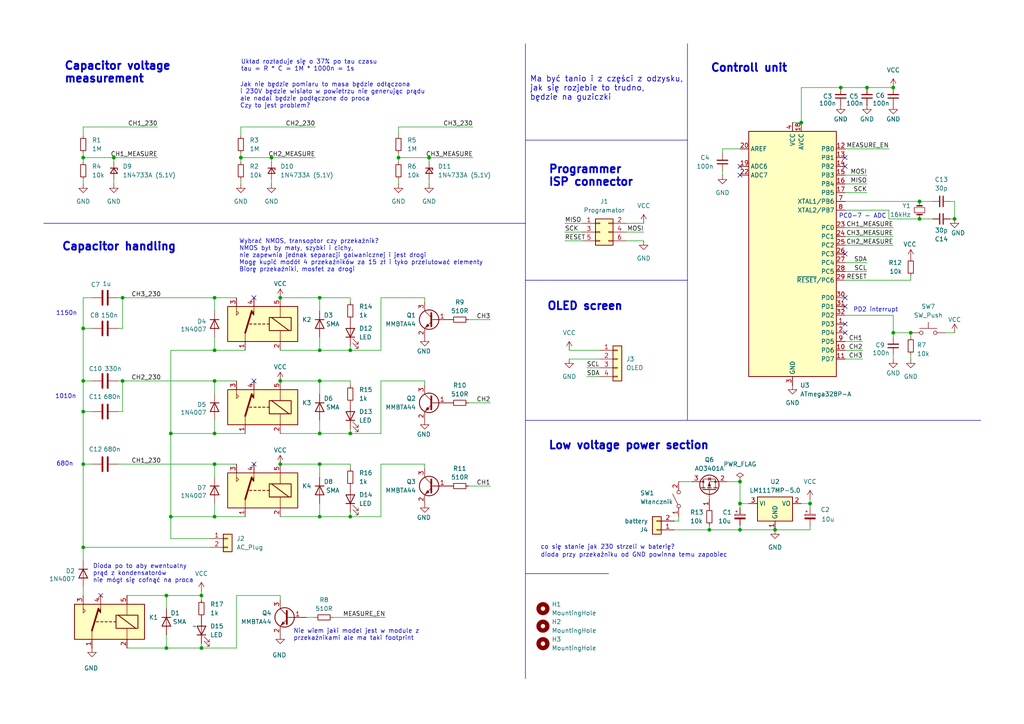
<source format=kicad_sch>
(kicad_sch (version 20231120) (generator "eeschema") (generator_version "8.0")
  (paper "A4")
  (title_block (title "Capacitor teaser") (date "2025-03-09") (rev "1.0.0") (company "Mateusz Majewski"))
  (junction (at 92.71 125.73))
  (junction (at 62.23 134.62))
  (junction (at 62.23 101.6))
  (junction (at 251.46 25.4))
  (junction (at 232.41 35.56))
  (junction (at 214.63 146.05))
  (junction (at 205.74 153.67))
  (junction (at 62.23 110.49))
  (junction (at 62.23 125.73))
  (junction (at 243.84 25.4))
  (junction (at 24.13 110.49))
  (junction (at 266.7 58.42))
  (junction (at 92.71 149.86))
  (junction (at 24.13 95.25))
  (junction (at 35.56 86.36))
  (junction (at 69.85 45.72))
  (junction (at 33.02 45.72))
  (junction (at 101.6 125.73))
  (junction (at 24.13 45.72))
  (junction (at 92.71 110.49))
  (junction (at 92.71 101.6))
  (junction (at 101.6 101.6))
  (junction (at 78.74 45.72))
  (junction (at 264.16 96.52))
  (junction (at 58.42 187.96))
  (junction (at 48.26 187.96))
  (junction (at 24.13 134.62))
  (junction (at 24.13 158.75))
  (junction (at 62.23 149.86))
  (junction (at 49.53 149.86))
  (junction (at 276.86 63.5))
  (junction (at 24.13 119.38))
  (junction (at 259.08 96.52))
  (junction (at 115.57 45.72))
  (junction (at 124.46 45.72))
  (junction (at 224.79 153.67))
  (junction (at 214.63 139.7))
  (junction (at 48.26 172.72))
  (junction (at 92.71 86.36))
  (junction (at 101.6 149.86))
  (junction (at 62.23 86.36))
  (junction (at 259.08 25.4))
  (junction (at 81.28 86.36))
  (junction (at 266.7 63.5))
  (junction (at 58.42 172.72))
  (junction (at 81.28 110.49))
  (junction (at 214.63 153.67))
  (junction (at 81.28 134.62))
  (junction (at 92.71 134.62))
  (junction (at 234.95 146.05))
  (junction (at 49.53 125.73))
  (junction (at 35.56 110.49))
  (no_connect (at 245.11 73.66))
  (no_connect (at 245.11 86.36))
  (no_connect (at 214.63 48.26))
  (no_connect (at 73.66 134.62))
  (no_connect (at 245.11 96.52))
  (no_connect (at 245.11 45.72))
  (no_connect (at 73.66 110.49))
  (no_connect (at 245.11 88.9))
  (no_connect (at 245.11 93.98))
  (no_connect (at 73.66 86.36))
  (no_connect (at 214.63 50.8))
  (no_connect (at 29.21 172.72))
  (no_connect (at 245.11 48.26))
  (wire (pts (xy 81.28 110.49) (xy 92.71 110.49)))
  (wire (pts (xy 245.11 53.34) (xy 251.46 53.34)))
  (wire (pts (xy 24.13 44.45) (xy 24.13 45.72)))
  (wire (pts (xy 224.79 153.67) (xy 234.95 153.67)))
  (wire (pts (xy 232.41 35.56) (xy 229.87 35.56)))
  (wire (pts (xy 81.28 134.62) (xy 92.71 134.62)))
  (wire (pts (xy 92.71 110.49) (xy 92.71 114.3)))
  (wire (pts (xy 170.18 109.22) (xy 173.99 109.22)))
  (wire (pts (xy 92.71 86.36) (xy 101.6 86.36)))
  (wire (pts (xy 81.28 172.72) (xy 81.28 173.99)))
  (wire (pts (xy 214.63 139.7) (xy 214.63 146.05)))
  (wire (pts (xy 24.13 86.36) (xy 24.13 95.25)))
  (wire (pts (xy 35.56 110.49) (xy 35.56 119.38)))
  (wire (pts (xy 58.42 187.96) (xy 68.58 187.96)))
  (wire (pts (xy 170.18 106.68) (xy 173.99 106.68)))
  (wire (pts (xy 92.71 146.05) (xy 92.71 149.86)))
  (wire (pts (xy 101.6 101.6) (xy 92.71 101.6)))
  (wire (pts (xy 115.57 45.72) (xy 124.46 45.72)))
  (wire (pts (xy 232.41 25.4) (xy 232.41 35.56)))
  (wire (pts (xy 135.89 92.71) (xy 142.24 92.71)))
  (wire (pts (xy 34.29 134.62) (xy 62.23 134.62)))
  (wire (pts (xy 24.13 110.49) (xy 24.13 119.38)))
  (wire (pts (xy 245.11 58.42) (xy 266.7 58.42)))
  (wire (pts (xy 92.71 134.62) (xy 92.71 138.43)))
  (wire (pts (xy 35.56 110.49) (xy 62.23 110.49)))
  (wire (pts (xy 49.53 101.6) (xy 49.53 125.73)))
  (wire (pts (xy 123.19 134.62) (xy 123.19 135.89)))
  (wire (pts (xy 123.19 86.36) (xy 123.19 87.63)))
  (wire (pts (xy 62.23 110.49) (xy 62.23 114.3)))
  (wire (pts (xy 214.63 152.4) (xy 214.63 153.67)))
  (wire (pts (xy 115.57 44.45) (xy 115.57 45.72)))
  (wire (pts (xy 33.02 53.34) (xy 33.02 52.07)))
  (polyline (pts (xy 152.4 121.92) (xy 284.48 121.92)))
  (wire (pts (xy 245.11 101.6) (xy 250.19 101.6)))
  (wire (pts (xy 24.13 45.72) (xy 24.13 46.99)))
  (wire (pts (xy 24.13 36.83) (xy 45.72 36.83)))
  (wire (pts (xy 62.23 110.49) (xy 68.58 110.49)))
  (wire (pts (xy 181.61 69.85) (xy 186.69 69.85)))
  (wire (pts (xy 214.63 153.67) (xy 224.79 153.67)))
  (wire (pts (xy 274.32 96.52) (xy 276.86 96.52)))
  (wire (pts (xy 101.6 149.86) (xy 110.49 149.86)))
  (polyline (pts (xy 152.4 166.37) (xy 176.53 166.37)))
  (wire (pts (xy 124.46 53.34) (xy 124.46 52.07)))
  (wire (pts (xy 36.83 187.96) (xy 48.26 187.96)))
  (wire (pts (xy 264.16 96.52) (xy 264.16 97.79)))
  (wire (pts (xy 243.84 25.4) (xy 251.46 25.4)))
  (polyline (pts (xy 152.4 81.28) (xy 199.39 81.28)))
  (wire (pts (xy 49.53 156.21) (xy 49.53 149.86)))
  (wire (pts (xy 181.61 67.31) (xy 186.69 67.31)))
  (wire (pts (xy 62.23 149.86) (xy 71.12 149.86)))
  (wire (pts (xy 24.13 119.38) (xy 24.13 134.62)))
  (wire (pts (xy 259.08 104.14) (xy 259.08 102.87)))
  (wire (pts (xy 264.16 80.01) (xy 264.16 81.28)))
  (wire (pts (xy 81.28 149.86) (xy 92.71 149.86)))
  (polyline (pts (xy 152.4 40.64) (xy 199.39 40.64)))
  (wire (pts (xy 35.56 86.36) (xy 35.56 95.25)))
  (wire (pts (xy 58.42 171.45) (xy 58.42 172.72)))
  (wire (pts (xy 24.13 95.25) (xy 24.13 110.49)))
  (wire (pts (xy 34.29 95.25) (xy 35.56 95.25)))
  (wire (pts (xy 33.02 45.72) (xy 45.72 45.72)))
  (wire (pts (xy 92.71 121.92) (xy 92.71 125.73)))
  (wire (pts (xy 276.86 63.5) (xy 275.59 63.5)))
  (wire (pts (xy 62.23 86.36) (xy 68.58 86.36)))
  (wire (pts (xy 48.26 187.96) (xy 58.42 187.96)))
  (wire (pts (xy 195.58 151.13) (xy 196.85 151.13)))
  (wire (pts (xy 264.16 104.14) (xy 264.16 102.87)))
  (wire (pts (xy 214.63 146.05) (xy 214.63 147.32)))
  (wire (pts (xy 135.89 116.84) (xy 142.24 116.84)))
  (wire (pts (xy 210.82 139.7) (xy 214.63 139.7)))
  (wire (pts (xy 209.55 44.45) (xy 209.55 43.18)))
  (wire (pts (xy 33.02 45.72) (xy 33.02 46.99)))
  (wire (pts (xy 24.13 119.38) (xy 26.67 119.38)))
  (wire (pts (xy 69.85 45.72) (xy 69.85 46.99)))
  (wire (pts (xy 123.19 110.49) (xy 123.19 111.76)))
  (wire (pts (xy 58.42 173.99) (xy 58.42 172.72)))
  (wire (pts (xy 163.83 69.85) (xy 168.91 69.85)))
  (wire (pts (xy 165.1 101.6) (xy 173.99 101.6)))
  (wire (pts (xy 49.53 125.73) (xy 49.53 149.86)))
  (wire (pts (xy 266.7 63.5) (xy 257.81 63.5)))
  (wire (pts (xy 101.6 148.59) (xy 101.6 149.86)))
  (wire (pts (xy 205.74 153.67) (xy 214.63 153.67)))
  (wire (pts (xy 49.53 125.73) (xy 62.23 125.73)))
  (wire (pts (xy 92.71 134.62) (xy 101.6 134.62)))
  (wire (pts (xy 245.11 68.58) (xy 259.08 68.58)))
  (wire (pts (xy 115.57 39.37) (xy 115.57 36.83)))
  (wire (pts (xy 101.6 100.33) (xy 101.6 101.6)))
  (wire (pts (xy 92.71 110.49) (xy 101.6 110.49)))
  (wire (pts (xy 101.6 111.76) (xy 101.6 110.49)))
  (wire (pts (xy 24.13 170.18) (xy 24.13 172.72)))
  (wire (pts (xy 101.6 101.6) (xy 110.49 101.6)))
  (wire (pts (xy 78.74 45.72) (xy 91.44 45.72)))
  (wire (pts (xy 101.6 135.89) (xy 101.6 134.62)))
  (wire (pts (xy 245.11 66.04) (xy 259.08 66.04)))
  (wire (pts (xy 24.13 158.75) (xy 60.96 158.75)))
  (wire (pts (xy 110.49 110.49) (xy 110.49 125.73)))
  (wire (pts (xy 257.81 60.96) (xy 257.81 63.5)))
  (wire (pts (xy 232.41 146.05) (xy 234.95 146.05)))
  (polyline (pts (xy 199.39 12.7) (xy 199.39 121.92)))
  (wire (pts (xy 78.74 46.99) (xy 78.74 45.72)))
  (wire (pts (xy 62.23 125.73) (xy 62.23 121.92)))
  (wire (pts (xy 34.29 86.36) (xy 35.56 86.36)))
  (wire (pts (xy 209.55 43.18) (xy 214.63 43.18)))
  (wire (pts (xy 49.53 149.86) (xy 62.23 149.86)))
  (wire (pts (xy 245.11 91.44) (xy 259.08 91.44)))
  (wire (pts (xy 245.11 104.14) (xy 250.19 104.14)))
  (polyline (pts (xy 12.7 64.77) (xy 152.4 64.77)))
  (wire (pts (xy 69.85 44.45) (xy 69.85 45.72)))
  (wire (pts (xy 124.46 45.72) (xy 137.16 45.72)))
  (wire (pts (xy 123.19 134.62) (xy 110.49 134.62)))
  (wire (pts (xy 257.81 60.96) (xy 245.11 60.96)))
  (wire (pts (xy 69.85 36.83) (xy 91.44 36.83)))
  (wire (pts (xy 245.11 99.06) (xy 250.19 99.06)))
  (wire (pts (xy 62.23 149.86) (xy 62.23 146.05)))
  (wire (pts (xy 101.6 87.63) (xy 101.6 86.36)))
  (wire (pts (xy 234.95 144.78) (xy 234.95 146.05)))
  (wire (pts (xy 24.13 134.62) (xy 24.13 158.75)))
  (wire (pts (xy 62.23 101.6) (xy 71.12 101.6)))
  (wire (pts (xy 251.46 25.4) (xy 259.08 25.4)))
  (wire (pts (xy 48.26 172.72) (xy 48.26 176.53)))
  (wire (pts (xy 234.95 147.32) (xy 234.95 146.05)))
  (wire (pts (xy 101.6 124.46) (xy 101.6 125.73)))
  (wire (pts (xy 115.57 36.83) (xy 137.16 36.83)))
  (wire (pts (xy 92.71 86.36) (xy 92.71 90.17)))
  (wire (pts (xy 24.13 86.36) (xy 26.67 86.36)))
  (wire (pts (xy 205.74 152.4) (xy 205.74 153.67)))
  (wire (pts (xy 115.57 45.72) (xy 115.57 46.99)))
  (wire (pts (xy 270.51 63.5) (xy 266.7 63.5)))
  (polyline (pts (xy 152.4 12.7) (xy 152.4 196.85)))
  (wire (pts (xy 214.63 146.05) (xy 217.17 146.05)))
  (wire (pts (xy 110.49 86.36) (xy 123.19 86.36)))
  (wire (pts (xy 36.83 172.72) (xy 48.26 172.72)))
  (wire (pts (xy 69.85 45.72) (xy 78.74 45.72)))
  (wire (pts (xy 135.89 140.97) (xy 142.24 140.97)))
  (wire (pts (xy 209.55 49.53) (xy 209.55 50.8)))
  (wire (pts (xy 78.74 53.34) (xy 78.74 52.07)))
  (wire (pts (xy 270.51 58.42) (xy 266.7 58.42)))
  (wire (pts (xy 62.23 125.73) (xy 71.12 125.73)))
  (wire (pts (xy 34.29 110.49) (xy 35.56 110.49)))
  (wire (pts (xy 101.6 125.73) (xy 92.71 125.73)))
  (wire (pts (xy 81.28 172.72) (xy 68.58 172.72)))
  (wire (pts (xy 110.49 86.36) (xy 110.49 101.6)))
  (wire (pts (xy 48.26 172.72) (xy 58.42 172.72)))
  (wire (pts (xy 35.56 86.36) (xy 62.23 86.36)))
  (wire (pts (xy 245.11 71.12) (xy 259.08 71.12)))
  (wire (pts (xy 69.85 39.37) (xy 69.85 36.83)))
  (wire (pts (xy 259.08 96.52) (xy 259.08 97.79)))
  (wire (pts (xy 123.19 110.49) (xy 110.49 110.49)))
  (wire (pts (xy 196.85 139.7) (xy 200.66 139.7)))
  (wire (pts (xy 24.13 45.72) (xy 33.02 45.72)))
  (wire (pts (xy 245.11 55.88) (xy 251.46 55.88)))
  (wire (pts (xy 259.08 96.52) (xy 259.08 91.44)))
  (wire (pts (xy 24.13 110.49) (xy 26.67 110.49)))
  (wire (pts (xy 81.28 101.6) (xy 92.71 101.6)))
  (wire (pts (xy 276.86 58.42) (xy 276.86 63.5)))
  (wire (pts (xy 49.53 101.6) (xy 62.23 101.6)))
  (wire (pts (xy 245.11 43.18) (xy 257.81 43.18)))
  (wire (pts (xy 62.23 134.62) (xy 62.23 138.43)))
  (wire (pts (xy 62.23 134.62) (xy 68.58 134.62)))
  (wire (pts (xy 34.29 119.38) (xy 35.56 119.38)))
  (wire (pts (xy 259.08 96.52) (xy 264.16 96.52)))
  (wire (pts (xy 24.13 36.83) (xy 24.13 39.37)))
  (wire (pts (xy 60.96 156.21) (xy 49.53 156.21)))
  (wire (pts (xy 62.23 101.6) (xy 62.23 97.79)))
  (wire (pts (xy 165.1 104.14) (xy 173.99 104.14)))
  (wire (pts (xy 69.85 53.34) (xy 69.85 52.07)))
  (wire (pts (xy 245.11 78.74) (xy 251.46 78.74)))
  (wire (pts (xy 81.28 125.73) (xy 92.71 125.73)))
  (wire (pts (xy 24.13 134.62) (xy 26.67 134.62)))
  (wire (pts (xy 101.6 149.86) (xy 92.71 149.86)))
  (wire (pts (xy 195.58 153.67) (xy 205.74 153.67)))
  (wire (pts (xy 58.42 186.69) (xy 58.42 187.96)))
  (wire (pts (xy 115.57 53.34) (xy 115.57 52.07)))
  (wire (pts (xy 124.46 46.99) (xy 124.46 45.72)))
  (wire (pts (xy 245.11 76.2) (xy 251.46 76.2)))
  (wire (pts (xy 68.58 172.72) (xy 68.58 187.96)))
  (wire (pts (xy 276.86 58.42) (xy 275.59 58.42)))
  (wire (pts (xy 196.85 151.13) (xy 196.85 149.86)))
  (wire (pts (xy 234.95 152.4) (xy 234.95 153.67)))
  (wire (pts (xy 232.41 25.4) (xy 243.84 25.4)))
  (wire (pts (xy 181.61 64.77) (xy 186.69 64.77)))
  (wire (pts (xy 24.13 158.75) (xy 24.13 162.56)))
  (wire (pts (xy 110.49 125.73) (xy 101.6 125.73)))
  (wire (pts (xy 110.49 134.62) (xy 110.49 149.86)))
  (wire (pts (xy 81.28 86.36) (xy 92.71 86.36)))
  (wire (pts (xy 92.71 97.79) (xy 92.71 101.6)))
  (wire (pts (xy 163.83 64.77) (xy 168.91 64.77)))
  (wire (pts (xy 24.13 53.34) (xy 24.13 52.07)))
  (wire (pts (xy 245.11 50.8) (xy 251.46 50.8)))
  (wire (pts (xy 163.83 67.31) (xy 168.91 67.31)))
  (wire (pts (xy 88.9 179.07) (xy 91.44 179.07)))
  (wire (pts (xy 48.26 184.15) (xy 48.26 187.96)))
  (wire (pts (xy 24.13 95.25) (xy 26.67 95.25)))
  (wire (pts (xy 245.11 81.28) (xy 264.16 81.28)))
  (wire (pts (xy 62.23 86.36) (xy 62.23 90.17)))
  (wire (pts (xy 96.52 179.07) (xy 111.76 179.07)))
  (text "Dioda po to aby ewentualny\nprąd z kondensatorów \nnie mógł się cofnąć na proca" (at 26.924 166.37 0) (effects (font (size 1.27 1.27)) (justify left)))
  (text "1150n" (at 19.304 90.932 0) (effects (font (size 1.27 1.27))))
  (text "Układ rozładuje się o 37% po tau czasu\ntau = R * C = 1M * 1000n = 1s" (at 69.85 19.05 0) (effects (font (size 1.27 1.27)) (justify left)))
  (text "co się stanie jak 230 strzeli w baterię?" (at 176.276 158.75 0) (effects (font (size 1.27 1.27))))
  (text "Nie wiem jaki model jest w module z \nprzekaźnikami ale ma taki footprint" (at 85.09 184.15 0) (effects (font (size 1.27 1.27)) (justify left)))
  (text "PD2 interrupt" (at 254 89.916 0) (effects (font (size 1.27 1.27))))
  (text "OLED screen" (at 169.672 88.9 0) (effects (font (size 2.286 2.286) (thickness 0.508) (bold yes))))
  (text "Capacitor voltage\nmeasurement" (at 18.542 21.082 0) (effects (font (size 2.286 2.286) (thickness 0.508) (bold yes)) (justify left)))
  (text "Ma być tanio i z części z odzysku, \njak się rozjebie to trudno, \nbędzie na guziczki" (at 153.67 25.654 0) (effects (font (size 1.651 1.651) (thickness 0.1905)) (justify left)))
  (text "Wybrać NMOS, transoptor czy przekaźnik?\nNMOS był by mały, szybki i cichy, \nnie zapewnia jednak separacji galwanicznej i jest drogi\nMogę kupić modół 4 przekaźników za 15 zł i tyko przelutować elementy\nBiorę przekaźniki, mosfet za drogi" (at 69.342 74.168 0) (effects (font (size 1.27 1.27)) (justify left)))
  (text "1010n" (at 19.05 115.062 0) (effects (font (size 1.27 1.27))))
  (text "Jak nie będzie pomiaru to masa będzie odłączona\ni 230V będzie wisiało w powietrzu nie generując prądu\nale nadal będzie podłączone do proca\nCzy to jest problem?\n" (at 69.596 27.686 0) (effects (font (size 1.27 1.27)) (justify left)))
  (text "dioda przy przekażniku od GND powinna temu zapobiec" (at 183.896 161.036 0) (effects (font (size 1.27 1.27))))
  (text "Controll unit" (at 205.994 19.812 0) (effects (font (size 2.286 2.286) (thickness 0.508) (bold yes)) (justify left)))
  (text "Programmer \nISP connector" (at 159.004 51.054 0) (effects (font (size 2.286 2.286) (thickness 0.508) (bold yes)) (justify left)))
  (text "Capacitor handling" (at 34.544 71.628 0) (effects (font (size 2.286 2.286) (thickness 0.508) (bold yes))))
  (text "PC0-7 - ADC" (at 250.19 62.738 0) (effects (font (size 1.27 1.27))))
  (text "680n" (at 18.796 134.62 0) (effects (font (size 1.27 1.27))))
  (text "Low voltage power section" (at 182.372 129.286 0) (effects (font (size 2.286 2.286) (thickness 0.508) (bold yes))))
  (label "MEASURE_EN" (at 111.76 179.07 180))
  (label "MOSI" (at 186.69 67.31 180))
  (label "SCK" (at 163.83 67.31 0))
  (label "CH2_MEASURE" (at 259.08 71.12 180))
  (label "CH3" (at 142.24 92.71 180))
  (label "CH3_230" (at 137.16 36.83 180))
  (label "MOSI" (at 251.46 50.8 180))
  (label "CH1_MEASURE" (at 45.72 45.72 180))
  (label "CH3_230" (at 38.1 86.36 0))
  (label "CH3_MEASURE" (at 137.16 45.72 180))
  (label "MISO" (at 251.46 53.34 180))
  (label "SDA" (at 251.46 76.2 180))
  (label "CH2_MEASURE" (at 91.44 45.72 180))
  (label "SCK" (at 251.46 55.88 180))
  (label "RESET" (at 163.83 69.85 0))
  (label "CH1_MEASURE" (at 259.08 66.04 180))
  (label "RESET" (at 251.46 81.28 180))
  (label "CH1_230" (at 38.1 134.62 0))
  (label "SDA" (at 170.18 109.22 0))
  (label "CH2_230" (at 91.44 36.83 180))
  (label "CH2" (at 142.24 116.84 180))
  (label "MISO" (at 163.83 64.77 0))
  (label "MEASURE_EN" (at 257.81 43.18 180))
  (label "CH3" (at 250.19 104.14 180))
  (label "CH2_230" (at 38.1 110.49 0))
  (label "CH3_MEASURE" (at 259.08 68.58 180))
  (label "SCL" (at 170.18 106.68 0))
  (label "CH2" (at 250.19 101.6 180))
  (label "SCL" (at 251.46 78.74 180))
  (label "CH1" (at 142.24 140.97 180))
  (label "CH1_230" (at 45.72 36.83 180))
  (label "CH1" (at 250.19 99.06 180))
  (symbol (lib_id "Device:C_Polarized_Small") (at 234.95 149.86 0) (unit 1)
    (property "Reference" "C2" (at 237.998 147.828 0) (effects (justify left)))
    (property "Value" "10u" (at 238.252 150.622 0) (effects (justify left)))
    (property "Footprint" "Capacitor_Tantalum_SMD:CP_EIA-3528-12_Kemet-T_Pad1.50x2.35mm_HandSolder" (effects (hide yes)))
    (property "Description" "Polarized capacitor, small symbol" (effects (hide yes)))
  )
  (symbol (lib_id "Device:R_Small") (at 205.74 149.86 0) (unit 1)
    (property "Reference" "R13" (at 200.152 148.59 0) (effects (justify left)))
    (property "Value" "10k" (at 200.152 151.13 0) (effects (justify left)))
    (property "Footprint" "Resistor_SMD:R_0603_1608Metric_Pad0.98x0.95mm_HandSolder" (effects (hide yes)))
    (property "Description" "Resistor, small symbol" (effects (hide yes)))
  )
  (symbol (lib_id "power:GND") (at 229.87 111.76 0) (unit 1)
    (property "Reference" "#PWR03" (effects (hide yes)))
    (property "Value" "GND" (at 229.87 116.84 0))
    (property "Description" "Power symbol creates a global label with name \"GND\" , ground" (effects (hide yes)))
  )
  (symbol (lib_id "Mechanical:MountingHole") (at 157.48 176.53 0) (unit 1) (exclude_from_sim yes) (in_bom no)
    (property "Reference" "H1" (at 160.02 175.2599 0) (effects (justify left)))
    (property "Value" "MountingHole" (at 160.02 177.7999 0) (effects (justify left)))
    (property "Footprint" "MountingHole:MountingHole_3.2mm_M3_DIN965" (effects (hide yes)))
    (property "Description" "Mounting Hole without connection" (effects (hide yes)))
  )
  (symbol (lib_id "Device:C") (at 30.48 134.62 90) (unit 1)
    (property "Reference" "C12" (at 27.686 130.302 90))
    (property "Value" "680n" (at 32.512 130.302 90))
    (property "Footprint" "Teaser:C_680n_nieb" (effects (hide yes)))
    (property "Description" "Unpolarized capacitor" (effects (hide yes)))
  )
  (symbol (lib_id "power:GND") (at 26.67 187.96 0) (unit 1)
    (property "Reference" "#PWR02" (effects (hide yes)))
    (property "Value" "GND" (at 26.416 193.802 0))
    (property "Description" "Power symbol creates a global label with name \"GND\" , ground" (effects (hide yes)))
  )
  (symbol (lib_id "power:GND") (at 209.55 50.8 0) (unit 1)
    (property "Reference" "#PWR030" (effects (hide yes)))
    (property "Value" "GND" (at 209.55 55.88 0))
    (property "Description" "Power symbol creates a global label with name \"GND\" , ground" (effects (hide yes)))
  )
  (symbol (lib_id "Device:R_Small") (at 264.16 100.33 0) (unit 1)
    (property "Reference" "R7" (at 265.938 100.076 0) (effects (justify left)))
    (property "Value" "10k" (at 265.938 102.616 0) (effects (justify left)))
    (property "Footprint" "Resistor_SMD:R_0603_1608Metric_Pad0.98x0.95mm_HandSolder" (effects (hide yes)))
    (property "Description" "Resistor, small symbol" (effects (hide yes)))
  )
  (symbol (lib_id "Device:C_Small") (at 209.55 46.99 180) (unit 1)
    (property "Reference" "C4" (at 204.4763 45.72 0))
    (property "Value" "100n" (at 204.4763 48.26 0))
    (property "Footprint" "Capacitor_SMD:C_0603_1608Metric_Pad1.08x0.95mm_HandSolder" (effects (hide yes)))
    (property "Description" "Unpolarized capacitor, small symbol" (effects (hide yes)))
  )
  (symbol (lib_id "Device:D") (at 92.71 142.24 270) (unit 1)
    (property "Reference" "D8" (at 95.25 139.7 90))
    (property "Value" "SMA" (at 96.52 142.24 90))
    (property "Footprint" "Diode_SMD:D_SMA" (effects (hide yes)))
    (property "Description" "Diode" (effects (hide yes)))
    (property "Sim.Device" "D" (effects (hide yes)))
    (property "Sim.Pins" "1=K 2=A" (effects (hide yes)))
  )
  (symbol (lib_id "Device:C_Small") (at 243.84 27.94 180) (unit 1)
    (property "Reference" "C3" (at 240.03 27.94 0))
    (property "Value" "100n" (at 240.03 29.972 0))
    (property "Footprint" "Capacitor_SMD:C_0603_1608Metric_Pad1.08x0.95mm_HandSolder" (effects (hide yes)))
    (property "Description" "Unpolarized capacitor, small symbol" (effects (hide yes)))
  )
  (symbol (lib_id "Device:R_Small") (at 24.13 49.53 0) (unit 1)
    (property "Reference" "R4" (at 26.67 48.2599 0) (effects (justify left)))
    (property "Value" "10k" (at 26.67 50.7999 0) (effects (justify left)))
    (property "Footprint" "Resistor_SMD:R_0603_1608Metric_Pad0.98x0.95mm_HandSolder" (effects (hide yes)))
    (property "Description" "Resistor, small symbol" (effects (hide yes)))
  )
  (symbol (lib_id "power:GND") (at 259.08 30.48 0) (unit 1)
    (property "Reference" "#PWR032" (effects (hide yes)))
    (property "Value" "GND" (at 259.08 34.544 0))
    (property "Description" "Power symbol creates a global label with name \"GND\" , ground" (effects (hide yes)))
  )
  (symbol (lib_id "power:GND") (at 123.19 97.79 0) (unit 1)
    (property "Reference" "#PWR020" (effects (hide yes)))
    (property "Value" "GND" (at 122.936 101.854 0))
    (property "Description" "Power symbol creates a global label with name \"GND\" , ground" (effects (hide yes)))
  )
  (symbol (lib_id "Device:R_Small") (at 69.85 41.91 0) (unit 1)
    (property "Reference" "R3" (at 72.39 40.6399 0) (effects (justify left)))
    (property "Value" "1M" (at 72.39 43.1799 0) (effects (justify left)))
    (property "Footprint" "Resistor_SMD:R_0805_2012Metric_Pad1.20x1.40mm_HandSolder" (effects (hide yes)))
    (property "Description" "Resistor, small symbol" (effects (hide yes)))
  )
  (symbol (lib_id "Device:C") (at 30.48 119.38 90) (unit 1)
    (property "Reference" "C11" (at 27.686 115.062 90))
    (property "Value" "680n" (at 32.512 115.062 90))
    (property "Footprint" "Teaser:C_680n_bia" (effects (hide yes)))
    (property "Description" "Unpolarized capacitor" (effects (hide yes)))
  )
  (symbol (lib_id "power:VCC") (at 81.28 110.49 0) (unit 1)
    (property "Reference" "#PWR018" (effects (hide yes)))
    (property "Value" "VCC" (at 81.28 106.426 0))
    (property "Description" "Power symbol creates a global label with name \"VCC\"" (effects (hide yes)))
  )
  (symbol (lib_id "power:GND") (at 81.28 184.15 0) (unit 1)
    (property "Reference" "#PWR016" (effects (hide yes)))
    (property "Value" "GND" (at 81.026 189.992 0))
    (property "Description" "Power symbol creates a global label with name \"GND\" , ground" (effects (hide yes)))
  )
  (symbol (lib_id "Relay:SANYOU_SRD_Form_C") (at 31.75 180.34 0) (mirror y) (unit 1)
    (property "Reference" "K1" (at 43.18 179.0699 0) (effects (justify right)))
    (property "Value" "~" (at 55.88 181.6099 0) (effects (justify right)))
    (property "Footprint" "Relay_THT:Relay_SPDT_SANYOU_SRD_Series_Form_C" (effects (hide yes)))
    (property "Datasheet" "http://www.sanyourelay.ca/public/products/pdf/SRD.pdf" (effects (hide yes)))
    (property "Description" "Sanyo SRD relay, Single Pole Miniature Power Relay," (effects (hide yes)))
  )
  (symbol (lib_id "Device:R_Small") (at 24.13 41.91 0) (unit 1)
    (property "Reference" "R1" (at 26.67 40.6399 0) (effects (justify left)))
    (property "Value" "1M" (at 26.67 43.1799 0) (effects (justify left)))
    (property "Footprint" "Resistor_SMD:R_0805_2012Metric_Pad1.20x1.40mm_HandSolder" (effects (hide yes)))
    (property "Description" "Resistor, small symbol" (effects (hide yes)))
  )
  (symbol (lib_id "Device:R_Small") (at 69.85 49.53 0) (unit 1)
    (property "Reference" "R2" (at 72.39 48.2599 0) (effects (justify left)))
    (property "Value" "10k" (at 72.39 50.7999 0) (effects (justify left)))
    (property "Footprint" "Resistor_SMD:R_0603_1608Metric_Pad0.98x0.95mm_HandSolder" (effects (hide yes)))
    (property "Description" "Resistor, small symbol" (effects (hide yes)))
  )
  (symbol (lib_id "Transistor_BJT:MMBTA44") (at 125.73 116.84 0) (mirror y) (unit 1)
    (property "Reference" "Q2" (at 120.65 115.5699 0) (effects (justify left)))
    (property "Value" "MMBTA44" (at 120.65 118.1099 0) (effects (justify left)))
    (property "Footprint" "Package_TO_SOT_SMD:SOT-23" (effects (hide yes)))
    (property "Datasheet" "https://diotec.com/request/datasheet/mmbta42.pdf" (effects (hide yes)))
    (property "Description" "0.3A Ic, 400V Vce, NPN High Voltage Transistor, SOT-23" (effects (hide yes)))
  )
  (symbol (lib_id "power:GND") (at 276.86 63.5 0) (mirror y) (unit 1)
    (property "Reference" "#PWR011" (effects (hide yes)))
    (property "Value" "GND" (at 277.876 67.564 0))
    (property "Description" "Power symbol creates a global label with name \"GND\" , ground" (effects (hide yes)))
  )
  (symbol (lib_id "power:VCC") (at 264.16 74.93 0) (unit 1)
    (property "Reference" "#PWR028" (effects (hide yes)))
    (property "Value" "VCC" (at 263.906 70.866 0))
    (property "Description" "Power symbol creates a global label with name \"VCC\"" (effects (hide yes)))
  )
  (symbol (lib_id "Device:R_Small") (at 101.6 114.3 0) (unit 1)
    (property "Reference" "R15" (at 104.14 113.0299 0) (effects (justify left)))
    (property "Value" "1k" (at 104.14 115.5699 0) (effects (justify left)))
    (property "Footprint" "Resistor_SMD:R_0603_1608Metric_Pad0.98x0.95mm_HandSolder" (effects (hide yes)))
    (property "Description" "Resistor, small symbol" (effects (hide yes)))
  )
  (symbol (lib_id "Relay:SANYOU_SRD_Form_C") (at 76.2 118.11 0) (mirror y) (unit 1)
    (property "Reference" "K3" (at 87.63 116.8399 0) (effects (justify right)))
    (property "Value" "~" (at 100.33 119.3799 0) (effects (justify right)))
    (property "Footprint" "Relay_THT:Relay_SPDT_SANYOU_SRD_Series_Form_C" (effects (hide yes)))
    (property "Datasheet" "http://www.sanyourelay.ca/public/products/pdf/SRD.pdf" (effects (hide yes)))
    (property "Description" "Sanyo SRD relay, Single Pole Miniature Power Relay," (effects (hide yes)))
  )
  (symbol (lib_id "power:GND") (at 259.08 104.14 0) (unit 1)
    (property "Reference" "#PWR033" (effects (hide yes)))
    (property "Value" "GND" (at 259.08 108.204 0))
    (property "Description" "Power symbol creates a global label with name \"GND\" , ground" (effects (hide yes)))
  )
  (symbol (lib_id "Device:D_Zener_Small") (at 78.74 49.53 270) (unit 1)
    (property "Reference" "D10" (at 81.28 48.2599 90) (effects (justify left)))
    (property "Value" "1N4733A (5.1V)" (at 81.28 50.7999 90) (effects (justify left)))
    (property "Footprint" "Diode_SMD:D_MiniMELF" (effects (hide yes)))
    (property "Description" "Zener diode, small symbol" (effects (hide yes)))
  )
  (symbol (lib_id "Device:R_Small") (at 264.16 77.47 0) (mirror y) (unit 1)
    (property "Reference" "R12" (at 261.62 76.1999 0) (effects (justify left)))
    (property "Value" "10k" (at 261.62 78.7399 0) (effects (justify left)))
    (property "Footprint" "Resistor_SMD:R_0603_1608Metric_Pad0.98x0.95mm_HandSolder" (effects (hide yes)))
    (property "Description" "Resistor, small symbol" (effects (hide yes)))
  )
  (symbol (lib_id "Device:C_Small") (at 259.08 27.94 180) (unit 1)
    (property "Reference" "C6" (at 255.27 27.686 0))
    (property "Value" "100n" (at 255.524 29.972 0))
    (property "Footprint" "Capacitor_SMD:C_0603_1608Metric_Pad1.08x0.95mm_HandSolder" (effects (hide yes)))
    (property "Description" "Unpolarized capacitor, small symbol" (effects (hide yes)))
  )
  (symbol (lib_id "Device:R_Small") (at 58.42 176.53 0) (unit 1)
    (property "Reference" "R17" (at 60.96 175.2599 0) (effects (justify left)))
    (property "Value" "1k" (at 60.96 177.7999 0) (effects (justify left)))
    (property "Footprint" "Resistor_SMD:R_0603_1608Metric_Pad0.98x0.95mm_HandSolder" (effects (hide yes)))
    (property "Description" "Resistor, small symbol" (effects (hide yes)))
  )
  (symbol (lib_id "power:GND") (at 186.69 69.85 0) (unit 1)
    (property "Reference" "#PWR027" (effects (hide yes)))
    (property "Value" "GND" (at 186.69 74.93 0))
    (property "Description" "Power symbol creates a global label with name \"GND\" , ground" (effects (hide yes)))
  )
  (symbol (lib_id "power:PWR_FLAG") (at 214.63 139.7 0) (unit 1)
    (property "Reference" "#FLG01" (effects (hide yes)))
    (property "Value" "PWR_FLAG" (at 214.63 134.62 0))
    (property "Description" "Special symbol for telling ERC where power comes from" (effects (hide yes)))
  )
  (symbol (lib_id "power:GND") (at 264.16 104.14 0) (unit 1)
    (property "Reference" "#PWR09" (effects (hide yes)))
    (property "Value" "GND" (at 264.16 109.22 0))
    (property "Description" "Power symbol creates a global label with name \"GND\" , ground" (effects (hide yes)))
  )
  (symbol (lib_id "power:VCC") (at 276.86 96.52 0) (unit 1)
    (property "Reference" "#PWR04" (effects (hide yes)))
    (property "Value" "VCC" (at 276.86 92.71 0))
    (property "Description" "Power symbol creates a global label with name \"VCC\"" (effects (hide yes)))
  )
  (symbol (lib_id "power:GND") (at 33.02 53.34 0) (unit 1)
    (property "Reference" "#PWR012" (effects (hide yes)))
    (property "Value" "GND" (at 33.02 58.42 0))
    (property "Description" "Power symbol creates a global label with name \"GND\" , ground" (effects (hide yes)))
  )
  (symbol (lib_id "Device:Crystal_Small") (at 266.7 60.96 270) (mirror x) (unit 1)
    (property "Reference" "Y1" (at 264.16 59.6899 90) (effects (justify right)))
    (property "Value" "16kHz" (at 264.16 62.2299 90) (effects (justify right)))
    (property "Footprint" "Crystal:Crystal_HC49-U_Vertical" (effects (hide yes)))
    (property "Description" "Two pin crystal, small symbol" (effects (hide yes)))
  )
  (symbol (lib_id "Transistor_BJT:MMBTA44") (at 125.73 92.71 0) (mirror y) (unit 1)
    (property "Reference" "Q1" (at 120.65 91.4399 0) (effects (justify left)))
    (property "Value" "MMBTA44" (at 120.65 93.9799 0) (effects (justify left)))
    (property "Footprint" "Package_TO_SOT_SMD:SOT-23" (effects (hide yes)))
    (property "Datasheet" "https://diotec.com/request/datasheet/mmbta42.pdf" (effects (hide yes)))
    (property "Description" "0.3A Ic, 400V Vce, NPN High Voltage Transistor, SOT-23" (effects (hide yes)))
  )
  (symbol (lib_id "power:GND") (at 24.13 53.34 0) (unit 1)
    (property "Reference" "#PWR01" (effects (hide yes)))
    (property "Value" "GND" (at 24.13 58.42 0))
    (property "Description" "Power symbol creates a global label with name \"GND\" , ground" (effects (hide yes)))
  )
  (symbol (lib_id "Device:D") (at 92.71 118.11 270) (unit 1)
    (property "Reference" "D6" (at 95.25 115.57 90))
    (property "Value" "SMA" (at 96.52 118.11 90))
    (property "Footprint" "Diode_SMD:D_SMA" (effects (hide yes)))
    (property "Description" "Diode" (effects (hide yes)))
    (property "Sim.Device" "D" (effects (hide yes)))
    (property "Sim.Pins" "1=K 2=A" (effects (hide yes)))
  )
  (symbol (lib_id "Switch:SW_Push") (at 269.24 96.52 0) (unit 1)
    (property "Reference" "SW7" (at 269.24 88.9 0))
    (property "Value" "SW_Push" (at 269.24 91.44 0))
    (property "Footprint" "Button_Switch_SMD:SW_MEC_5GSH9" (effects (hide yes)))
    (property "Description" "Push button switch, generic, two pins" (effects (hide yes)))
  )
  (symbol (lib_id "power:GND") (at 124.46 53.34 0) (unit 1)
    (property "Reference" "#PWR014" (effects (hide yes)))
    (property "Value" "GND" (at 124.46 58.42 0))
    (property "Description" "Power symbol creates a global label with name \"GND\" , ground" (effects (hide yes)))
  )
  (symbol (lib_id "Device:R_Small") (at 133.35 116.84 90) (unit 1)
    (property "Reference" "R10" (at 133.35 111.76 90))
    (property "Value" "510R" (at 133.35 114.3 90))
    (property "Footprint" "Resistor_SMD:R_0603_1608Metric_Pad0.98x0.95mm_HandSolder" (effects (hide yes)))
    (property "Description" "Resistor, small symbol" (effects (hide yes)))
  )
  (symbol (lib_id "Device:C") (at 30.48 110.49 90) (unit 1)
    (property "Reference" "C10" (at 27.686 106.934 90))
    (property "Value" "330n" (at 32.766 106.934 90))
    (property "Footprint" "Teaser:C_330n_szar" (effects (hide yes)))
    (property "Description" "Unpolarized capacitor" (effects (hide yes)))
  )
  (symbol (lib_id "Device:R_Small") (at 133.35 140.97 90) (unit 1)
    (property "Reference" "R11" (at 133.35 135.89 90))
    (property "Value" "510R" (at 133.35 138.43 90))
    (property "Footprint" "Resistor_SMD:R_0603_1608Metric_Pad0.98x0.95mm_HandSolder" (effects (hide yes)))
    (property "Description" "Resistor, small symbol" (effects (hide yes)))
  )
  (symbol (lib_id "Connector_Generic:Conn_01x02") (at 66.04 156.21 0) (unit 1)
    (property "Reference" "J2" (at 68.58 156.2099 0) (effects (justify left)))
    (property "Value" "AC_Plug" (at 68.58 158.7499 0) (effects (justify left)))
    (property "Footprint" "Teaser:AC_plug" (effects (hide yes)))
    (property "Description" "Generic connector, single row, 01x02, script generated (kicad-library-utils/schlib/autogen/connector/)" (effects (hide yes)))
  )
  (symbol (lib_id "power:VCC") (at 234.95 144.78 0) (unit 1)
    (property "Reference" "#PWR024" (effects (hide yes)))
    (property "Value" "VCC" (at 234.95 139.7 0))
    (property "Description" "Power symbol creates a global label with name \"VCC\"" (effects (hide yes)))
  )
  (symbol (lib_id "Connector_Generic:Conn_02x03_Odd_Even") (at 173.99 67.31 0) (unit 1)
    (property "Reference" "J1" (at 175.26 58.42 0))
    (property "Value" "Programator" (at 175.26 60.96 0))
    (property "Footprint" "Connector_PinHeader_2.54mm:PinHeader_2x03_P2.54mm_Vertical" (effects (hide yes)))
    (property "Description" "Generic connector, double row, 02x03, odd/even pin numbering scheme (row 1 odd numbers, row 2 even numbers), script generated (kicad-library-utils/schlib/autogen/connector/)" (effects (hide yes)))
  )
  (symbol (lib_id "power:VCC") (at 165.1 101.6 0) (unit 1)
    (property "Reference" "#PWR05" (effects (hide yes)))
    (property "Value" "VCC" (at 165.1 96.52 0))
    (property "Description" "Power symbol creates a global label with name \"VCC\"" (effects (hide yes)))
  )
  (symbol (lib_id "Device:LED") (at 101.6 144.78 90) (unit 1)
    (property "Reference" "D14" (at 104.14 143.51 90) (effects (justify right)))
    (property "Value" "LED" (at 104.14 146.05 90) (effects (justify right)))
    (property "Footprint" "LED_SMD:LED_0603_1608Metric_Pad1.05x0.95mm_HandSolder" (effects (hide yes)))
    (property "Description" "Light emitting diode" (effects (hide yes)))
  )
  (symbol (lib_id "Diode:1N4007") (at 62.23 93.98 270) (unit 1)
    (property "Reference" "D4" (at 57.15 93.218 90) (effects (justify left)))
    (property "Value" "1N4007" (at 52.324 95.504 90) (effects (justify left)))
    (property "Footprint" "Diode_THT:D_DO-41_SOD81_P10.16mm_Horizontal" (effects (hide yes)))
    (property "Datasheet" "http://www.vishay.com/docs/88503/1n4001.pdf" (effects (hide yes)))
    (property "Description" "1000V 1A General Purpose Rectifier Diode, DO-41" (effects (hide yes)))
    (property "Sim.Device" "D" (effects (hide yes)))
    (property "Sim.Pins" "1=K 2=A" (effects (hide yes)))
  )
  (symbol (lib_id "power:GND") (at 69.85 53.34 0) (unit 1)
    (property "Reference" "#PWR07" (effects (hide yes)))
    (property "Value" "GND" (at 69.85 58.42 0))
    (property "Description" "Power symbol creates a global label with name \"GND\" , ground" (effects (hide yes)))
  )
  (symbol (lib_id "Diode:1N4007") (at 62.23 142.24 270) (unit 1)
    (property "Reference" "D7" (at 57.15 141.478 90) (effects (justify left)))
    (property "Value" "1N4007" (at 52.324 143.764 90) (effects (justify left)))
    (property "Footprint" "Diode_THT:D_DO-41_SOD81_P10.16mm_Horizontal" (effects (hide yes)))
    (property "Datasheet" "http://www.vishay.com/docs/88503/1n4001.pdf" (effects (hide yes)))
    (property "Description" "1000V 1A General Purpose Rectifier Diode, DO-41" (effects (hide yes)))
    (property "Sim.Device" "D" (effects (hide yes)))
    (property "Sim.Pins" "1=K 2=A" (effects (hide yes)))
  )
  (symbol (lib_id "Device:D_Zener_Small") (at 33.02 49.53 270) (unit 1)
    (property "Reference" "D9" (at 35.56 48.2599 90) (effects (justify left)))
    (property "Value" "1N4733A (5.1V)" (at 35.56 50.7999 90) (effects (justify left)))
    (property "Footprint" "Diode_SMD:D_MiniMELF" (effects (hide yes)))
    (property "Description" "Zener diode, small symbol" (effects (hide yes)))
  )
  (symbol (lib_id "Transistor_BJT:MMBTA44") (at 83.82 179.07 0) (mirror y) (unit 1)
    (property "Reference" "Q4" (at 78.74 177.7999 0) (effects (justify left)))
    (property "Value" "MMBTA44" (at 78.74 180.3399 0) (effects (justify left)))
    (property "Footprint" "Package_TO_SOT_SMD:SOT-23" (effects (hide yes)))
    (property "Datasheet" "https://diotec.com/request/datasheet/mmbta42.pdf" (effects (hide yes)))
    (property "Description" "0.3A Ic, 400V Vce, NPN High Voltage Transistor, SOT-23" (effects (hide yes)))
  )
  (symbol (lib_id "power:VCC") (at 81.28 86.36 0) (unit 1)
    (property "Reference" "#PWR019" (effects (hide yes)))
    (property "Value" "VCC" (at 81.28 82.296 0))
    (property "Description" "Power symbol creates a global label with name \"VCC\"" (effects (hide yes)))
  )
  (symbol (lib_id "Switch:SW_SPST") (at 196.85 144.78 90) (unit 1)
    (property "Reference" "SW1" (at 185.674 143.002 90) (effects (justify right)))
    (property "Value" "Włancznik" (at 185.674 145.542 90) (effects (justify right)))
    (property "Footprint" "Connector_PinSocket_2.54mm:PinSocket_1x02_P2.54mm_Vertical" (effects (hide yes)))
    (property "Description" "Single Pole Single Throw (SPST) switch" (effects (hide yes)))
  )
  (symbol (lib_id "Device:D") (at 92.71 93.98 270) (unit 1)
    (property "Reference" "D3" (at 95.25 91.44 90))
    (property "Value" "SMA" (at 96.52 93.98 90))
    (property "Footprint" "Diode_SMD:D_SMA" (effects (hide yes)))
    (property "Description" "Diode" (effects (hide yes)))
    (property "Sim.Device" "D" (effects (hide yes)))
    (property "Sim.Pins" "1=K 2=A" (effects (hide yes)))
  )
  (symbol (lib_id "power:GND") (at 123.19 121.92 0) (unit 1)
    (property "Reference" "#PWR021" (effects (hide yes)))
    (property "Value" "GND" (at 122.936 125.984 0))
    (property "Description" "Power symbol creates a global label with name \"GND\" , ground" (effects (hide yes)))
  )
  (symbol (lib_id "Mechanical:MountingHole") (at 157.48 186.69 0) (unit 1) (exclude_from_sim yes) (in_bom no)
    (property "Reference" "H3" (at 160.02 185.4199 0) (effects (justify left)))
    (property "Value" "MountingHole" (at 160.02 187.9599 0) (effects (justify left)))
    (property "Footprint" "MountingHole:MountingHole_3.2mm_M3_DIN965" (effects (hide yes)))
    (property "Description" "Mounting Hole without connection" (effects (hide yes)))
  )
  (symbol (lib_id "Relay:SANYOU_SRD_Form_C") (at 76.2 142.24 0) (mirror y) (unit 1)
    (property "Reference" "K4" (at 87.63 140.9699 0) (effects (justify right)))
    (property "Value" "~" (at 100.33 143.5099 0) (effects (justify right)))
    (property "Footprint" "Relay_THT:Relay_SPDT_SANYOU_SRD_Series_Form_C" (effects (hide yes)))
    (property "Datasheet" "http://www.sanyourelay.ca/public/products/pdf/SRD.pdf" (effects (hide yes)))
    (property "Description" "Sanyo SRD relay, Single Pole Miniature Power Relay," (effects (hide yes)))
  )
  (symbol (lib_id "power:GND") (at 78.74 53.34 0) (unit 1)
    (property "Reference" "#PWR013" (effects (hide yes)))
    (property "Value" "GND" (at 78.74 58.42 0))
    (property "Description" "Power symbol creates a global label with name \"GND\" , ground" (effects (hide yes)))
  )
  (symbol (lib_id "Diode:1N4007") (at 62.23 118.11 270) (unit 1)
    (property "Reference" "D5" (at 57.15 117.348 90) (effects (justify left)))
    (property "Value" "1N4007" (at 52.324 119.634 90) (effects (justify left)))
    (property "Footprint" "Diode_THT:D_DO-41_SOD81_P10.16mm_Horizontal" (effects (hide yes)))
    (property "Datasheet" "http://www.vishay.com/docs/88503/1n4001.pdf" (effects (hide yes)))
    (property "Description" "1000V 1A General Purpose Rectifier Diode, DO-41" (effects (hide yes)))
    (property "Sim.Device" "D" (effects (hide yes)))
    (property "Sim.Pins" "1=K 2=A" (effects (hide yes)))
  )
  (symbol (lib_id "power:VCC") (at 186.69 64.77 0) (unit 1)
    (property "Reference" "#PWR025" (effects (hide yes)))
    (property "Value" "VCC" (at 186.69 59.69 0))
    (property "Description" "Power symbol creates a global label with name \"VCC\"" (effects (hide yes)))
  )
  (symbol (lib_id "Device:LED") (at 101.6 96.52 90) (unit 1)
    (property "Reference" "D12" (at 104.14 95.25 90) (effects (justify right)))
    (property "Value" "LED" (at 104.14 97.79 90) (effects (justify right)))
    (property "Footprint" "LED_SMD:LED_0603_1608Metric_Pad1.05x0.95mm_HandSolder" (effects (hide yes)))
    (property "Description" "Light emitting diode" (effects (hide yes)))
  )
  (symbol (lib_id "Diode:1N4007") (at 24.13 166.37 270) (unit 1)
    (property "Reference" "D2" (at 19.05 165.608 90) (effects (justify left)))
    (property "Value" "1N4007" (at 14.224 167.894 90) (effects (justify left)))
    (property "Footprint" "Diode_THT:D_DO-41_SOD81_P12.70mm_Horizontal" (effects (hide yes)))
    (property "Datasheet" "http://www.vishay.com/docs/88503/1n4001.pdf" (effects (hide yes)))
    (property "Description" "1000V 1A General Purpose Rectifier Diode, DO-41" (effects (hide yes)))
    (property "Sim.Device" "D" (effects (hide yes)))
    (property "Sim.Pins" "1=K 2=A" (effects (hide yes)))
  )
  (symbol (lib_id "MCU_Microchip_ATmega:ATmega328P-A") (at 229.87 73.66 0) (unit 1)
    (property "Reference" "U3" (at 232.0641 111.76 0) (effects (justify left)))
    (property "Value" "ATmega328P-A" (at 232.0641 114.3 0) (effects (justify left)))
    (property "Footprint" "Package_QFP:TQFP-32_7x7mm_P0.8mm" (effects (hide yes)))
    (property "Datasheet" "http://ww1.microchip.com/downloads/en/DeviceDoc/ATmega328_P%20AVR%20MCU%20with%20picoPower%20Technology%20Data%20Sheet%2040001984A.pdf" (effects (hide yes)))
    (property "Description" "20MHz, 32kB Flash, 2kB SRAM, 1kB EEPROM, TQFP-32" (effects (hide yes)))
  )
  (symbol (lib_id "Device:D_Zener_Small") (at 124.46 49.53 270) (unit 1)
    (property "Reference" "D11" (at 127 48.2599 90) (effects (justify left)))
    (property "Value" "1N4733A (5.1V)" (at 127 50.7999 90) (effects (justify left)))
    (property "Footprint" "Diode_SMD:D_MiniMELF" (effects (hide yes)))
    (property "Description" "Zener diode, small symbol" (effects (hide yes)))
  )
  (symbol (lib_id "power:GND") (at 243.84 30.48 0) (unit 1)
    (property "Reference" "#PWR015" (effects (hide yes)))
    (property "Value" "GND" (at 243.84 34.544 0))
    (property "Description" "Power symbol creates a global label with name \"GND\" , ground" (effects (hide yes)))
  )
  (symbol (lib_id "Transistor_FET:AO3401A") (at 205.74 142.24 90) (unit 1)
    (property "Reference" "Q6" (at 205.74 133.35 90))
    (property "Value" "AO3401A" (at 205.74 135.89 90))
    (property "Footprint" "Package_TO_SOT_SMD:SOT-23" (effects (hide yes)))
    (property "Datasheet" "http://www.aosmd.com/pdfs/datasheet/AO3401A.pdf" (effects (hide yes)))
    (property "Description" "-4.0A Id, -30V Vds, P-Channel MOSFET, SOT-23" (effects (hide yes)))
  )
  (symbol (lib_id "Device:R_Small") (at 115.57 41.91 0) (unit 1)
    (property "Reference" "R5" (at 118.11 40.6399 0) (effects (justify left)))
    (property "Value" "1M" (at 118.11 43.1799 0) (effects (justify left)))
    (property "Footprint" "Resistor_SMD:R_0805_2012Metric_Pad1.20x1.40mm_HandSolder" (effects (hide yes)))
    (property "Description" "Resistor, small symbol" (effects (hide yes)))
  )
  (symbol (lib_id "power:VCC") (at 259.08 25.4 0) (unit 1)
    (property "Reference" "#PWR010" (effects (hide yes)))
    (property "Value" "VCC" (at 259.08 20.32 0))
    (property "Description" "Power symbol creates a global label with name \"VCC\"" (effects (hide yes)))
  )
  (symbol (lib_id "Regulator_Linear:LM1117MP-5.0") (at 224.79 146.05 0) (unit 1)
    (property "Reference" "U2" (at 224.79 139.7 0))
    (property "Value" "LM1117MP-5.0" (at 224.79 142.24 0))
    (property "Footprint" "Package_TO_SOT_SMD:SOT-223-3_TabPin2" (effects (hide yes)))
    (property "Datasheet" "http://www.ti.com/lit/ds/symlink/lm1117.pdf" (effects (hide yes)))
    (property "Description" "800mA Low-Dropout Linear Regulator, 5.0V fixed output, SOT-223" (effects (hide yes)))
  )
  (symbol (lib_id "Device:LED") (at 58.42 182.88 90) (unit 1)
    (property "Reference" "D15" (at 60.96 181.61 90) (effects (justify right)))
    (property "Value" "LED" (at 60.96 184.15 90) (effects (justify right)))
    (property "Footprint" "LED_SMD:LED_0603_1608Metric_Pad1.05x0.95mm_HandSolder" (effects (hide yes)))
    (property "Description" "Light emitting diode" (effects (hide yes)))
  )
  (symbol (lib_id "Device:R_Small") (at 133.35 92.71 90) (unit 1)
    (property "Reference" "R9" (at 133.35 87.63 90))
    (property "Value" "510R" (at 133.35 90.17 90))
    (property "Footprint" "Resistor_SMD:R_0603_1608Metric_Pad0.98x0.95mm_HandSolder" (effects (hide yes)))
    (property "Description" "Resistor, small symbol" (effects (hide yes)))
  )
  (symbol (lib_id "Connector_Generic:Conn_01x04") (at 179.07 104.14 0) (unit 1)
    (property "Reference" "J3" (at 181.61 104.1399 0) (effects (justify left)))
    (property "Value" "OLED" (at 181.61 106.6799 0) (effects (justify left)))
    (property "Footprint" "Teaser:OLED_screen" (effects (hide yes)))
    (property "Description" "Generic connector, single row, 01x04, script generated (kicad-library-utils/schlib/autogen/connector/)" (effects (hide yes)))
  )
  (symbol (lib_id "power:VCC") (at 81.28 134.62 0) (unit 1)
    (property "Reference" "#PWR022" (effects (hide yes)))
    (property "Value" "VCC" (at 81.28 130.556 0))
    (property "Description" "Power symbol creates a global label with name \"VCC\"" (effects (hide yes)))
  )
  (symbol (lib_id "Device:C_Small") (at 273.05 63.5 270) (unit 1)
    (property "Reference" "C14" (at 273.05 69.342 90))
    (property "Value" "30p" (at 273.05 66.802 90))
    (property "Footprint" "Capacitor_SMD:C_0603_1608Metric_Pad1.08x0.95mm_HandSolder" (effects (hide yes)))
    (property "Description" "Unpolarized capacitor, small symbol" (effects (hide yes)))
  )
  (symbol (lib_id "Device:R_Small") (at 115.57 49.53 0) (unit 1)
    (property "Reference" "R6" (at 118.11 48.2599 0) (effects (justify left)))
    (property "Value" "10k" (at 118.11 50.7999 0) (effects (justify left)))
    (property "Footprint" "Resistor_SMD:R_0603_1608Metric_Pad0.98x0.95mm_HandSolder" (effects (hide yes)))
    (property "Description" "Resistor, small symbol" (effects (hide yes)))
  )
  (symbol (lib_id "power:GND") (at 251.46 30.48 0) (unit 1)
    (property "Reference" "#PWR031" (effects (hide yes)))
    (property "Value" "GND" (at 251.46 34.544 0))
    (property "Description" "Power symbol creates a global label with name \"GND\" , ground" (effects (hide yes)))
  )
  (symbol (lib_id "Mechanical:MountingHole") (at 157.48 181.61 0) (unit 1) (exclude_from_sim yes) (in_bom no)
    (property "Reference" "H2" (at 160.02 180.3399 0) (effects (justify left)))
    (property "Value" "MountingHole" (at 160.02 182.8799 0) (effects (justify left)))
    (property "Footprint" "MountingHole:MountingHole_3.2mm_M3_DIN965" (effects (hide yes)))
    (property "Description" "Mounting Hole without connection" (effects (hide yes)))
  )
  (symbol (lib_id "power:GND") (at 224.79 153.67 0) (unit 1)
    (property "Reference" "#PWR026" (effects (hide yes)))
    (property "Value" "GND" (at 224.79 158.75 0))
    (property "Description" "Power symbol creates a global label with name \"GND\" , ground" (effects (hide yes)))
  )
  (symbol (lib_id "Device:C") (at 30.48 86.36 90) (unit 1)
    (property "Reference" "C7" (at 27.686 82.55 90))
    (property "Value" "1u" (at 30.988 82.296 90))
    (property "Footprint" "Teaser:C_1u_nieb" (effects (hide yes)))
    (property "Description" "Unpolarized capacitor" (effects (hide yes)))
  )
  (symbol (lib_id "Device:D") (at 48.26 180.34 270) (unit 1)
    (property "Reference" "D1" (at 50.8 177.8 90))
    (property "Value" "SMA" (at 52.07 180.34 90))
    (property "Footprint" "Diode_SMD:D_SMA" (effects (hide yes)))
    (property "Description" "Diode" (effects (hide yes)))
    (property "Sim.Device" "D" (effects (hide yes)))
    (property "Sim.Pins" "1=K 2=A" (effects (hide yes)))
  )
  (symbol (lib_id "Connector_Generic:Conn_01x02") (at 190.5 153.67 180) (unit 1)
    (property "Reference" "J4" (at 187.96 153.6701 0) (effects (justify left)))
    (property "Value" "battery" (at 187.96 151.1301 0) (effects (justify left)))
    (property "Footprint" "Connector_PinHeader_2.54mm:PinHeader_1x02_P2.54mm_Vertical" (effects (hide yes)))
    (property "Description" "Generic connector, single row, 01x02, script generated (kicad-library-utils/schlib/autogen/connector/)" (effects (hide yes)))
  )
  (symbol (lib_id "Device:C_Small") (at 259.08 100.33 180) (unit 1)
    (property "Reference" "C9" (at 255.27 100.076 0))
    (property "Value" "100n" (at 255.524 102.362 0))
    (property "Footprint" "Capacitor_SMD:C_0603_1608Metric_Pad1.08x0.95mm_HandSolder" (effects (hide yes)))
    (property "Description" "Unpolarized capacitor, small symbol" (effects (hide yes)))
  )
  (symbol (lib_id "Device:C_Small") (at 273.05 58.42 270) (mirror x) (unit 1)
    (property "Reference" "C13" (at 273.0437 52.07 90))
    (property "Value" "30p" (at 273.0437 54.61 90))
    (property "Footprint" "Capacitor_SMD:C_0603_1608Metric_Pad1.08x0.95mm_HandSolder" (effects (hide yes)))
    (property "Description" "Unpolarized capacitor, small symbol" (effects (hide yes)))
  )
  (symbol (lib_id "Transistor_BJT:MMBTA44") (at 125.73 140.97 0) (mirror y) (unit 1)
    (property "Reference" "Q3" (at 120.65 139.6999 0) (effects (justify left)))
    (property "Value" "MMBTA44" (at 120.65 142.2399 0) (effects (justify left)))
    (property "Footprint" "Package_TO_SOT_SMD:SOT-23" (effects (hide yes)))
    (property "Datasheet" "https://diotec.com/request/datasheet/mmbta42.pdf" (effects (hide yes)))
    (property "Description" "0.3A Ic, 400V Vce, NPN High Voltage Transistor, SOT-23" (effects (hide yes)))
  )
  (symbol (lib_id "power:GND") (at 115.57 53.34 0) (unit 1)
    (property "Reference" "#PWR08" (effects (hide yes)))
    (property "Value" "GND" (at 115.57 58.42 0))
    (property "Description" "Power symbol creates a global label with name \"GND\" , ground" (effects (hide yes)))
  )
  (symbol (lib_id "Relay:SANYOU_SRD_Form_C") (at 76.2 93.98 0) (mirror y) (unit 1)
    (property "Reference" "K2" (at 87.63 92.7099 0) (effects (justify right)))
    (property "Value" "~" (at 100.33 95.2499 0) (effects (justify right)))
    (property "Footprint" "Relay_THT:Relay_SPDT_SANYOU_SRD_Series_Form_C" (effects (hide yes)))
    (property "Datasheet" "http://www.sanyourelay.ca/public/products/pdf/SRD.pdf" (effects (hide yes)))
    (property "Description" "Sanyo SRD relay, Single Pole Miniature Power Relay," (effects (hide yes)))
  )
  (symbol (lib_id "Device:R_Small") (at 93.98 179.07 90) (unit 1)
    (property "Reference" "R8" (at 93.98 173.99 90))
    (property "Value" "510R" (at 93.98 176.53 90))
    (property "Footprint" "Resistor_SMD:R_0603_1608Metric_Pad0.98x0.95mm_HandSolder" (effects (hide yes)))
    (property "Description" "Resistor, small symbol" (effects (hide yes)))
  )
  (symbol (lib_id "power:GND") (at 123.19 146.05 0) (unit 1)
    (property "Reference" "#PWR023" (effects (hide yes)))
    (property "Value" "GND" (at 122.936 150.114 0))
    (property "Description" "Power symbol creates a global label with name \"GND\" , ground" (effects (hide yes)))
  )
  (symbol (lib_id "Device:R_Small") (at 101.6 90.17 0) (unit 1)
    (property "Reference" "R14" (at 104.14 88.8999 0) (effects (justify left)))
    (property "Value" "1k" (at 104.14 91.4399 0) (effects (justify left)))
    (property "Footprint" "Resistor_SMD:R_0603_1608Metric_Pad0.98x0.95mm_HandSolder" (effects (hide yes)))
    (property "Description" "Resistor, small symbol" (effects (hide yes)))
  )
  (symbol (lib_id "Device:C_Polarized_Small") (at 214.63 149.86 0) (unit 1)
    (property "Reference" "C1" (at 209.55 148.59 0) (effects (justify left)))
    (property "Value" "10u" (at 208.28 151.13 0) (effects (justify left)))
    (property "Footprint" "Capacitor_Tantalum_SMD:CP_EIA-3528-12_Kemet-T_Pad1.50x2.35mm_HandSolder" (effects (hide yes)))
    (property "Description" "Polarized capacitor, small symbol" (effects (hide yes)))
  )
  (symbol (lib_id "Device:C") (at 30.48 95.25 90) (unit 1)
    (property "Reference" "C8" (at 27.432 91.44 90))
    (property "Value" "150n" (at 31.75 91.44 90))
    (property "Footprint" "Teaser:C_150n_bia" (effects (hide yes)))
    (property "Description" "Unpolarized capacitor" (effects (hide yes)))
  )
  (symbol (lib_id "Device:LED") (at 101.6 120.65 90) (unit 1)
    (property "Reference" "D13" (at 104.14 119.38 90) (effects (justify right)))
    (property "Value" "LED" (at 104.14 121.92 90) (effects (justify right)))
    (property "Footprint" "LED_SMD:LED_0603_1608Metric_Pad1.05x0.95mm_HandSolder" (effects (hide yes)))
    (property "Description" "Light emitting diode" (effects (hide yes)))
  )
  (symbol (lib_id "power:VCC") (at 58.42 171.45 0) (unit 1)
    (property "Reference" "#PWR017" (effects (hide yes)))
    (property "Value" "VCC" (at 58.42 166.37 0))
    (property "Description" "Power symbol creates a global label with name \"VCC\"" (effects (hide yes)))
  )
  (symbol (lib_id "Device:R_Small") (at 101.6 138.43 0) (unit 1)
    (property "Reference" "R16" (at 104.14 137.1599 0) (effects (justify left)))
    (property "Value" "1k" (at 104.14 139.6999 0) (effects (justify left)))
    (property "Footprint" "Resistor_SMD:R_0603_1608Metric_Pad0.98x0.95mm_HandSolder" (effects (hide yes)))
    (property "Description" "Resistor, small symbol" (effects (hide yes)))
  )
  (symbol (lib_id "power:GND") (at 165.1 104.14 0) (unit 1)
    (property "Reference" "#PWR06" (effects (hide yes)))
    (property "Value" "GND" (at 165.1 109.22 0))
    (property "Description" "Power symbol creates a global label with name \"GND\" , ground" (effects (hide yes)))
  )
  (symbol (lib_id "Device:C_Small") (at 251.46 27.94 180) (unit 1)
    (property "Reference" "C5" (at 247.65 27.94 0))
    (property "Value" "100n" (at 247.904 29.972 0))
    (property "Footprint" "Capacitor_SMD:C_0603_1608Metric_Pad1.08x0.95mm_HandSolder" (effects (hide yes)))
    (property "Description" "Unpolarized capacitor, small symbol" (effects (hide yes)))
  )
)
</source>
